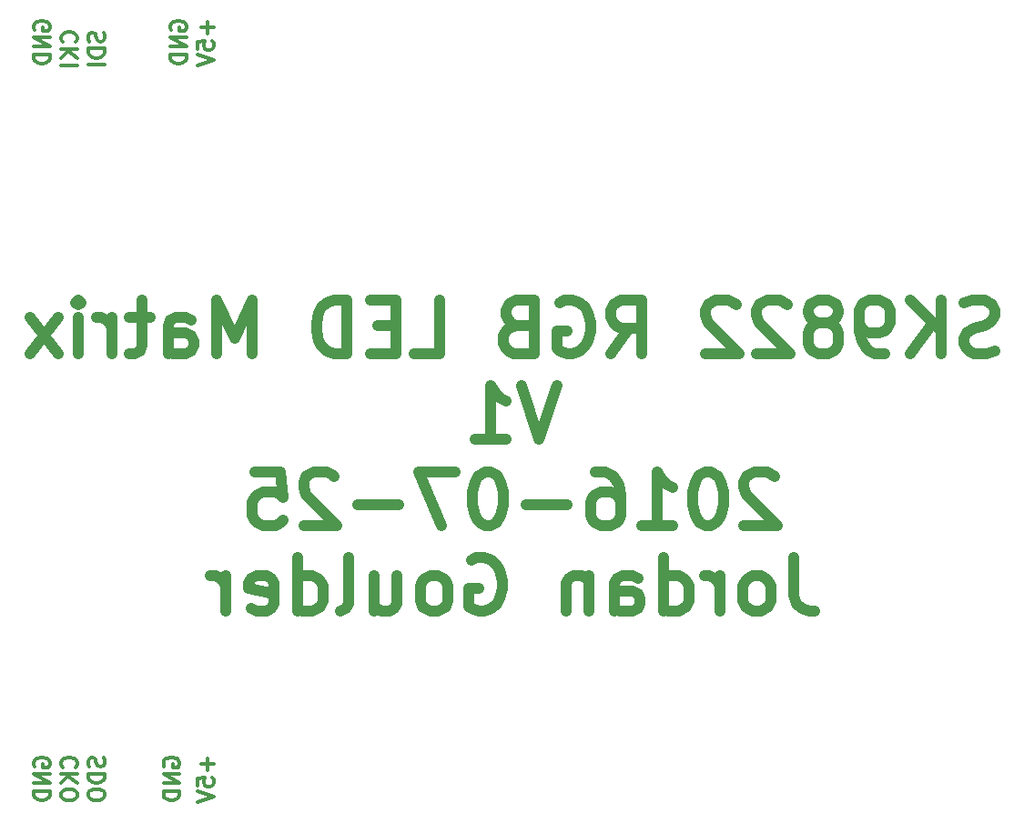
<source format=gbo>
G04 #@! TF.FileFunction,Legend,Bot*
%FSLAX46Y46*%
G04 Gerber Fmt 4.6, Leading zero omitted, Abs format (unit mm)*
G04 Created by KiCad (PCBNEW 4.0.2+e4-6225~38~ubuntu15.10.1-stable) date Sat 25 Jun 2016 03:23:57 PM EDT*
%MOMM*%
G01*
G04 APERTURE LIST*
%ADD10C,0.100000*%
%ADD11C,0.300000*%
%ADD12C,1.000000*%
G04 APERTURE END LIST*
D10*
D11*
X7592143Y17839286D02*
X7663571Y17625000D01*
X7663571Y17267857D01*
X7592143Y17125000D01*
X7520714Y17053571D01*
X7377857Y16982143D01*
X7235000Y16982143D01*
X7092143Y17053571D01*
X7020714Y17125000D01*
X6949286Y17267857D01*
X6877857Y17553571D01*
X6806429Y17696429D01*
X6735000Y17767857D01*
X6592143Y17839286D01*
X6449286Y17839286D01*
X6306429Y17767857D01*
X6235000Y17696429D01*
X6163571Y17553571D01*
X6163571Y17196429D01*
X6235000Y16982143D01*
X7663571Y16339286D02*
X6163571Y16339286D01*
X6163571Y15982143D01*
X6235000Y15767858D01*
X6377857Y15625000D01*
X6520714Y15553572D01*
X6806429Y15482143D01*
X7020714Y15482143D01*
X7306429Y15553572D01*
X7449286Y15625000D01*
X7592143Y15767858D01*
X7663571Y15982143D01*
X7663571Y16339286D01*
X6163571Y14553572D02*
X6163571Y14267858D01*
X6235000Y14125000D01*
X6377857Y13982143D01*
X6663571Y13910715D01*
X7163571Y13910715D01*
X7449286Y13982143D01*
X7592143Y14125000D01*
X7663571Y14267858D01*
X7663571Y14553572D01*
X7592143Y14696429D01*
X7449286Y14839286D01*
X7163571Y14910715D01*
X6663571Y14910715D01*
X6377857Y14839286D01*
X6235000Y14696429D01*
X6163571Y14553572D01*
X4980714Y16946428D02*
X5052143Y17017857D01*
X5123571Y17232143D01*
X5123571Y17375000D01*
X5052143Y17589285D01*
X4909286Y17732143D01*
X4766429Y17803571D01*
X4480714Y17875000D01*
X4266429Y17875000D01*
X3980714Y17803571D01*
X3837857Y17732143D01*
X3695000Y17589285D01*
X3623571Y17375000D01*
X3623571Y17232143D01*
X3695000Y17017857D01*
X3766429Y16946428D01*
X5123571Y16303571D02*
X3623571Y16303571D01*
X5123571Y15446428D02*
X4266429Y16089285D01*
X3623571Y15446428D02*
X4480714Y16303571D01*
X3623571Y14517857D02*
X3623571Y14232143D01*
X3695000Y14089285D01*
X3837857Y13946428D01*
X4123571Y13875000D01*
X4623571Y13875000D01*
X4909286Y13946428D01*
X5052143Y14089285D01*
X5123571Y14232143D01*
X5123571Y14517857D01*
X5052143Y14660714D01*
X4909286Y14803571D01*
X4623571Y14875000D01*
X4123571Y14875000D01*
X3837857Y14803571D01*
X3695000Y14660714D01*
X3623571Y14517857D01*
X17252143Y17803571D02*
X17252143Y16660714D01*
X17823571Y17232143D02*
X16680714Y17232143D01*
X16323571Y15232142D02*
X16323571Y15946428D01*
X17037857Y16017857D01*
X16966429Y15946428D01*
X16895000Y15803571D01*
X16895000Y15446428D01*
X16966429Y15303571D01*
X17037857Y15232142D01*
X17180714Y15160714D01*
X17537857Y15160714D01*
X17680714Y15232142D01*
X17752143Y15303571D01*
X17823571Y15446428D01*
X17823571Y15803571D01*
X17752143Y15946428D01*
X17680714Y16017857D01*
X16323571Y14732143D02*
X17823571Y14232143D01*
X16323571Y13732143D01*
X13220000Y17017857D02*
X13148571Y17160714D01*
X13148571Y17375000D01*
X13220000Y17589285D01*
X13362857Y17732143D01*
X13505714Y17803571D01*
X13791429Y17875000D01*
X14005714Y17875000D01*
X14291429Y17803571D01*
X14434286Y17732143D01*
X14577143Y17589285D01*
X14648571Y17375000D01*
X14648571Y17232143D01*
X14577143Y17017857D01*
X14505714Y16946428D01*
X14005714Y16946428D01*
X14005714Y17232143D01*
X14648571Y16303571D02*
X13148571Y16303571D01*
X14648571Y15446428D01*
X13148571Y15446428D01*
X14648571Y14732142D02*
X13148571Y14732142D01*
X13148571Y14374999D01*
X13220000Y14160714D01*
X13362857Y14017856D01*
X13505714Y13946428D01*
X13791429Y13874999D01*
X14005714Y13874999D01*
X14291429Y13946428D01*
X14434286Y14017856D01*
X14577143Y14160714D01*
X14648571Y14374999D01*
X14648571Y14732142D01*
X1155000Y17017857D02*
X1083571Y17160714D01*
X1083571Y17375000D01*
X1155000Y17589285D01*
X1297857Y17732143D01*
X1440714Y17803571D01*
X1726429Y17875000D01*
X1940714Y17875000D01*
X2226429Y17803571D01*
X2369286Y17732143D01*
X2512143Y17589285D01*
X2583571Y17375000D01*
X2583571Y17232143D01*
X2512143Y17017857D01*
X2440714Y16946428D01*
X1940714Y16946428D01*
X1940714Y17232143D01*
X2583571Y16303571D02*
X1083571Y16303571D01*
X2583571Y15446428D01*
X1083571Y15446428D01*
X2583571Y14732142D02*
X1083571Y14732142D01*
X1083571Y14374999D01*
X1155000Y14160714D01*
X1297857Y14017856D01*
X1440714Y13946428D01*
X1726429Y13874999D01*
X1940714Y13874999D01*
X2226429Y13946428D01*
X2369286Y14017856D01*
X2512143Y14160714D01*
X2583571Y14374999D01*
X2583571Y14732142D01*
X17252143Y86383571D02*
X17252143Y85240714D01*
X17823571Y85812143D02*
X16680714Y85812143D01*
X16323571Y83812142D02*
X16323571Y84526428D01*
X17037857Y84597857D01*
X16966429Y84526428D01*
X16895000Y84383571D01*
X16895000Y84026428D01*
X16966429Y83883571D01*
X17037857Y83812142D01*
X17180714Y83740714D01*
X17537857Y83740714D01*
X17680714Y83812142D01*
X17752143Y83883571D01*
X17823571Y84026428D01*
X17823571Y84383571D01*
X17752143Y84526428D01*
X17680714Y84597857D01*
X16323571Y83312143D02*
X17823571Y82812143D01*
X16323571Y82312143D01*
X7592143Y85355714D02*
X7663571Y85141428D01*
X7663571Y84784285D01*
X7592143Y84641428D01*
X7520714Y84569999D01*
X7377857Y84498571D01*
X7235000Y84498571D01*
X7092143Y84569999D01*
X7020714Y84641428D01*
X6949286Y84784285D01*
X6877857Y85069999D01*
X6806429Y85212857D01*
X6735000Y85284285D01*
X6592143Y85355714D01*
X6449286Y85355714D01*
X6306429Y85284285D01*
X6235000Y85212857D01*
X6163571Y85069999D01*
X6163571Y84712857D01*
X6235000Y84498571D01*
X7663571Y83855714D02*
X6163571Y83855714D01*
X6163571Y83498571D01*
X6235000Y83284286D01*
X6377857Y83141428D01*
X6520714Y83070000D01*
X6806429Y82998571D01*
X7020714Y82998571D01*
X7306429Y83070000D01*
X7449286Y83141428D01*
X7592143Y83284286D01*
X7663571Y83498571D01*
X7663571Y83855714D01*
X7663571Y82355714D02*
X6163571Y82355714D01*
X4980714Y84462857D02*
X5052143Y84534286D01*
X5123571Y84748572D01*
X5123571Y84891429D01*
X5052143Y85105714D01*
X4909286Y85248572D01*
X4766429Y85320000D01*
X4480714Y85391429D01*
X4266429Y85391429D01*
X3980714Y85320000D01*
X3837857Y85248572D01*
X3695000Y85105714D01*
X3623571Y84891429D01*
X3623571Y84748572D01*
X3695000Y84534286D01*
X3766429Y84462857D01*
X5123571Y83820000D02*
X3623571Y83820000D01*
X5123571Y82962857D02*
X4266429Y83605714D01*
X3623571Y82962857D02*
X4480714Y83820000D01*
X5123571Y82320000D02*
X3623571Y82320000D01*
X13855000Y85597857D02*
X13783571Y85740714D01*
X13783571Y85955000D01*
X13855000Y86169285D01*
X13997857Y86312143D01*
X14140714Y86383571D01*
X14426429Y86455000D01*
X14640714Y86455000D01*
X14926429Y86383571D01*
X15069286Y86312143D01*
X15212143Y86169285D01*
X15283571Y85955000D01*
X15283571Y85812143D01*
X15212143Y85597857D01*
X15140714Y85526428D01*
X14640714Y85526428D01*
X14640714Y85812143D01*
X15283571Y84883571D02*
X13783571Y84883571D01*
X15283571Y84026428D01*
X13783571Y84026428D01*
X15283571Y83312142D02*
X13783571Y83312142D01*
X13783571Y82954999D01*
X13855000Y82740714D01*
X13997857Y82597856D01*
X14140714Y82526428D01*
X14426429Y82454999D01*
X14640714Y82454999D01*
X14926429Y82526428D01*
X15069286Y82597856D01*
X15212143Y82740714D01*
X15283571Y82954999D01*
X15283571Y83312142D01*
X1155000Y85597857D02*
X1083571Y85740714D01*
X1083571Y85955000D01*
X1155000Y86169285D01*
X1297857Y86312143D01*
X1440714Y86383571D01*
X1726429Y86455000D01*
X1940714Y86455000D01*
X2226429Y86383571D01*
X2369286Y86312143D01*
X2512143Y86169285D01*
X2583571Y85955000D01*
X2583571Y85812143D01*
X2512143Y85597857D01*
X2440714Y85526428D01*
X1940714Y85526428D01*
X1940714Y85812143D01*
X2583571Y84883571D02*
X1083571Y84883571D01*
X2583571Y84026428D01*
X1083571Y84026428D01*
X2583571Y83312142D02*
X1083571Y83312142D01*
X1083571Y82954999D01*
X1155000Y82740714D01*
X1297857Y82597856D01*
X1440714Y82526428D01*
X1726429Y82454999D01*
X1940714Y82454999D01*
X2226429Y82526428D01*
X2369286Y82597856D01*
X2512143Y82740714D01*
X2583571Y82954999D01*
X2583571Y83312142D01*
D12*
X90481906Y55696190D02*
X89767620Y55458095D01*
X88577144Y55458095D01*
X88100954Y55696190D01*
X87862858Y55934286D01*
X87624763Y56410476D01*
X87624763Y56886667D01*
X87862858Y57362857D01*
X88100954Y57600952D01*
X88577144Y57839048D01*
X89529525Y58077143D01*
X90005716Y58315238D01*
X90243811Y58553333D01*
X90481906Y59029524D01*
X90481906Y59505714D01*
X90243811Y59981905D01*
X90005716Y60220000D01*
X89529525Y60458095D01*
X88339049Y60458095D01*
X87624763Y60220000D01*
X85481906Y55458095D02*
X85481906Y60458095D01*
X82624763Y55458095D02*
X84767620Y58315238D01*
X82624763Y60458095D02*
X85481906Y57600952D01*
X80243811Y55458095D02*
X79291430Y55458095D01*
X78815239Y55696190D01*
X78577144Y55934286D01*
X78100953Y56648571D01*
X77862858Y57600952D01*
X77862858Y59505714D01*
X78100953Y59981905D01*
X78339049Y60220000D01*
X78815239Y60458095D01*
X79767620Y60458095D01*
X80243811Y60220000D01*
X80481906Y59981905D01*
X80720001Y59505714D01*
X80720001Y58315238D01*
X80481906Y57839048D01*
X80243811Y57600952D01*
X79767620Y57362857D01*
X78815239Y57362857D01*
X78339049Y57600952D01*
X78100953Y57839048D01*
X77862858Y58315238D01*
X75005715Y58315238D02*
X75481906Y58553333D01*
X75720001Y58791429D01*
X75958096Y59267619D01*
X75958096Y59505714D01*
X75720001Y59981905D01*
X75481906Y60220000D01*
X75005715Y60458095D01*
X74053334Y60458095D01*
X73577144Y60220000D01*
X73339048Y59981905D01*
X73100953Y59505714D01*
X73100953Y59267619D01*
X73339048Y58791429D01*
X73577144Y58553333D01*
X74053334Y58315238D01*
X75005715Y58315238D01*
X75481906Y58077143D01*
X75720001Y57839048D01*
X75958096Y57362857D01*
X75958096Y56410476D01*
X75720001Y55934286D01*
X75481906Y55696190D01*
X75005715Y55458095D01*
X74053334Y55458095D01*
X73577144Y55696190D01*
X73339048Y55934286D01*
X73100953Y56410476D01*
X73100953Y57362857D01*
X73339048Y57839048D01*
X73577144Y58077143D01*
X74053334Y58315238D01*
X71196191Y59981905D02*
X70958096Y60220000D01*
X70481905Y60458095D01*
X69291429Y60458095D01*
X68815239Y60220000D01*
X68577143Y59981905D01*
X68339048Y59505714D01*
X68339048Y59029524D01*
X68577143Y58315238D01*
X71434286Y55458095D01*
X68339048Y55458095D01*
X66434286Y59981905D02*
X66196191Y60220000D01*
X65720000Y60458095D01*
X64529524Y60458095D01*
X64053334Y60220000D01*
X63815238Y59981905D01*
X63577143Y59505714D01*
X63577143Y59029524D01*
X63815238Y58315238D01*
X66672381Y55458095D01*
X63577143Y55458095D01*
X54767619Y55458095D02*
X56434286Y57839048D01*
X57624762Y55458095D02*
X57624762Y60458095D01*
X55720000Y60458095D01*
X55243809Y60220000D01*
X55005714Y59981905D01*
X54767619Y59505714D01*
X54767619Y58791429D01*
X55005714Y58315238D01*
X55243809Y58077143D01*
X55720000Y57839048D01*
X57624762Y57839048D01*
X50005714Y60220000D02*
X50481905Y60458095D01*
X51196190Y60458095D01*
X51910476Y60220000D01*
X52386667Y59743810D01*
X52624762Y59267619D01*
X52862857Y58315238D01*
X52862857Y57600952D01*
X52624762Y56648571D01*
X52386667Y56172381D01*
X51910476Y55696190D01*
X51196190Y55458095D01*
X50720000Y55458095D01*
X50005714Y55696190D01*
X49767619Y55934286D01*
X49767619Y57600952D01*
X50720000Y57600952D01*
X45958095Y58077143D02*
X45243809Y57839048D01*
X45005714Y57600952D01*
X44767619Y57124762D01*
X44767619Y56410476D01*
X45005714Y55934286D01*
X45243809Y55696190D01*
X45720000Y55458095D01*
X47624762Y55458095D01*
X47624762Y60458095D01*
X45958095Y60458095D01*
X45481905Y60220000D01*
X45243809Y59981905D01*
X45005714Y59505714D01*
X45005714Y59029524D01*
X45243809Y58553333D01*
X45481905Y58315238D01*
X45958095Y58077143D01*
X47624762Y58077143D01*
X36434285Y55458095D02*
X38815238Y55458095D01*
X38815238Y60458095D01*
X34767619Y58077143D02*
X33100952Y58077143D01*
X32386666Y55458095D02*
X34767619Y55458095D01*
X34767619Y60458095D01*
X32386666Y60458095D01*
X30243809Y55458095D02*
X30243809Y60458095D01*
X29053333Y60458095D01*
X28339047Y60220000D01*
X27862856Y59743810D01*
X27624761Y59267619D01*
X27386666Y58315238D01*
X27386666Y57600952D01*
X27624761Y56648571D01*
X27862856Y56172381D01*
X28339047Y55696190D01*
X29053333Y55458095D01*
X30243809Y55458095D01*
X21434285Y55458095D02*
X21434285Y60458095D01*
X19767618Y56886667D01*
X18100951Y60458095D01*
X18100951Y55458095D01*
X13577142Y55458095D02*
X13577142Y58077143D01*
X13815237Y58553333D01*
X14291427Y58791429D01*
X15243808Y58791429D01*
X15719999Y58553333D01*
X13577142Y55696190D02*
X14053332Y55458095D01*
X15243808Y55458095D01*
X15719999Y55696190D01*
X15958094Y56172381D01*
X15958094Y56648571D01*
X15719999Y57124762D01*
X15243808Y57362857D01*
X14053332Y57362857D01*
X13577142Y57600952D01*
X11910475Y58791429D02*
X10005713Y58791429D01*
X11196189Y60458095D02*
X11196189Y56172381D01*
X10958094Y55696190D01*
X10481903Y55458095D01*
X10005713Y55458095D01*
X8339046Y55458095D02*
X8339046Y58791429D01*
X8339046Y57839048D02*
X8100951Y58315238D01*
X7862855Y58553333D01*
X7386665Y58791429D01*
X6910474Y58791429D01*
X5243808Y55458095D02*
X5243808Y58791429D01*
X5243808Y60458095D02*
X5481903Y60220000D01*
X5243808Y59981905D01*
X5005713Y60220000D01*
X5243808Y60458095D01*
X5243808Y59981905D01*
X3339046Y55458095D02*
X719999Y58791429D01*
X3339046Y58791429D02*
X719999Y55458095D01*
X49767619Y52458095D02*
X48100952Y47458095D01*
X46434285Y52458095D01*
X42148571Y47458095D02*
X45005714Y47458095D01*
X43577143Y47458095D02*
X43577143Y52458095D01*
X44053333Y51743810D01*
X44529524Y51267619D01*
X45005714Y51029524D01*
X70005715Y43981905D02*
X69767620Y44220000D01*
X69291429Y44458095D01*
X68100953Y44458095D01*
X67624763Y44220000D01*
X67386667Y43981905D01*
X67148572Y43505714D01*
X67148572Y43029524D01*
X67386667Y42315238D01*
X70243810Y39458095D01*
X67148572Y39458095D01*
X64053334Y44458095D02*
X63577143Y44458095D01*
X63100953Y44220000D01*
X62862858Y43981905D01*
X62624762Y43505714D01*
X62386667Y42553333D01*
X62386667Y41362857D01*
X62624762Y40410476D01*
X62862858Y39934286D01*
X63100953Y39696190D01*
X63577143Y39458095D01*
X64053334Y39458095D01*
X64529524Y39696190D01*
X64767620Y39934286D01*
X65005715Y40410476D01*
X65243810Y41362857D01*
X65243810Y42553333D01*
X65005715Y43505714D01*
X64767620Y43981905D01*
X64529524Y44220000D01*
X64053334Y44458095D01*
X57624762Y39458095D02*
X60481905Y39458095D01*
X59053334Y39458095D02*
X59053334Y44458095D01*
X59529524Y43743810D01*
X60005715Y43267619D01*
X60481905Y43029524D01*
X53339048Y44458095D02*
X54291429Y44458095D01*
X54767619Y44220000D01*
X55005714Y43981905D01*
X55481905Y43267619D01*
X55720000Y42315238D01*
X55720000Y40410476D01*
X55481905Y39934286D01*
X55243810Y39696190D01*
X54767619Y39458095D01*
X53815238Y39458095D01*
X53339048Y39696190D01*
X53100952Y39934286D01*
X52862857Y40410476D01*
X52862857Y41600952D01*
X53100952Y42077143D01*
X53339048Y42315238D01*
X53815238Y42553333D01*
X54767619Y42553333D01*
X55243810Y42315238D01*
X55481905Y42077143D01*
X55720000Y41600952D01*
X50720000Y41362857D02*
X46910476Y41362857D01*
X43577143Y44458095D02*
X43100952Y44458095D01*
X42624762Y44220000D01*
X42386667Y43981905D01*
X42148571Y43505714D01*
X41910476Y42553333D01*
X41910476Y41362857D01*
X42148571Y40410476D01*
X42386667Y39934286D01*
X42624762Y39696190D01*
X43100952Y39458095D01*
X43577143Y39458095D01*
X44053333Y39696190D01*
X44291429Y39934286D01*
X44529524Y40410476D01*
X44767619Y41362857D01*
X44767619Y42553333D01*
X44529524Y43505714D01*
X44291429Y43981905D01*
X44053333Y44220000D01*
X43577143Y44458095D01*
X40243809Y44458095D02*
X36910476Y44458095D01*
X39053333Y39458095D01*
X35005714Y41362857D02*
X31196190Y41362857D01*
X29053333Y43981905D02*
X28815238Y44220000D01*
X28339047Y44458095D01*
X27148571Y44458095D01*
X26672381Y44220000D01*
X26434285Y43981905D01*
X26196190Y43505714D01*
X26196190Y43029524D01*
X26434285Y42315238D01*
X29291428Y39458095D01*
X26196190Y39458095D01*
X21672380Y44458095D02*
X24053333Y44458095D01*
X24291428Y42077143D01*
X24053333Y42315238D01*
X23577142Y42553333D01*
X22386666Y42553333D01*
X21910476Y42315238D01*
X21672380Y42077143D01*
X21434285Y41600952D01*
X21434285Y40410476D01*
X21672380Y39934286D01*
X21910476Y39696190D01*
X22386666Y39458095D01*
X23577142Y39458095D01*
X24053333Y39696190D01*
X24291428Y39934286D01*
X71791430Y36458095D02*
X71791430Y32886667D01*
X72029526Y32172381D01*
X72505716Y31696190D01*
X73220002Y31458095D01*
X73696192Y31458095D01*
X68696192Y31458095D02*
X69172383Y31696190D01*
X69410478Y31934286D01*
X69648573Y32410476D01*
X69648573Y33839048D01*
X69410478Y34315238D01*
X69172383Y34553333D01*
X68696192Y34791429D01*
X67981906Y34791429D01*
X67505716Y34553333D01*
X67267621Y34315238D01*
X67029525Y33839048D01*
X67029525Y32410476D01*
X67267621Y31934286D01*
X67505716Y31696190D01*
X67981906Y31458095D01*
X68696192Y31458095D01*
X64886668Y31458095D02*
X64886668Y34791429D01*
X64886668Y33839048D02*
X64648573Y34315238D01*
X64410477Y34553333D01*
X63934287Y34791429D01*
X63458096Y34791429D01*
X59648573Y31458095D02*
X59648573Y36458095D01*
X59648573Y31696190D02*
X60124763Y31458095D01*
X61077144Y31458095D01*
X61553335Y31696190D01*
X61791430Y31934286D01*
X62029525Y32410476D01*
X62029525Y33839048D01*
X61791430Y34315238D01*
X61553335Y34553333D01*
X61077144Y34791429D01*
X60124763Y34791429D01*
X59648573Y34553333D01*
X55124763Y31458095D02*
X55124763Y34077143D01*
X55362858Y34553333D01*
X55839048Y34791429D01*
X56791429Y34791429D01*
X57267620Y34553333D01*
X55124763Y31696190D02*
X55600953Y31458095D01*
X56791429Y31458095D01*
X57267620Y31696190D01*
X57505715Y32172381D01*
X57505715Y32648571D01*
X57267620Y33124762D01*
X56791429Y33362857D01*
X55600953Y33362857D01*
X55124763Y33600952D01*
X52743810Y34791429D02*
X52743810Y31458095D01*
X52743810Y34315238D02*
X52505715Y34553333D01*
X52029524Y34791429D01*
X51315238Y34791429D01*
X50839048Y34553333D01*
X50600953Y34077143D01*
X50600953Y31458095D01*
X41791428Y36220000D02*
X42267619Y36458095D01*
X42981904Y36458095D01*
X43696190Y36220000D01*
X44172381Y35743810D01*
X44410476Y35267619D01*
X44648571Y34315238D01*
X44648571Y33600952D01*
X44410476Y32648571D01*
X44172381Y32172381D01*
X43696190Y31696190D01*
X42981904Y31458095D01*
X42505714Y31458095D01*
X41791428Y31696190D01*
X41553333Y31934286D01*
X41553333Y33600952D01*
X42505714Y33600952D01*
X38696190Y31458095D02*
X39172381Y31696190D01*
X39410476Y31934286D01*
X39648571Y32410476D01*
X39648571Y33839048D01*
X39410476Y34315238D01*
X39172381Y34553333D01*
X38696190Y34791429D01*
X37981904Y34791429D01*
X37505714Y34553333D01*
X37267619Y34315238D01*
X37029523Y33839048D01*
X37029523Y32410476D01*
X37267619Y31934286D01*
X37505714Y31696190D01*
X37981904Y31458095D01*
X38696190Y31458095D01*
X32743809Y34791429D02*
X32743809Y31458095D01*
X34886666Y34791429D02*
X34886666Y32172381D01*
X34648571Y31696190D01*
X34172380Y31458095D01*
X33458094Y31458095D01*
X32981904Y31696190D01*
X32743809Y31934286D01*
X29648570Y31458095D02*
X30124761Y31696190D01*
X30362856Y32172381D01*
X30362856Y36458095D01*
X25600951Y31458095D02*
X25600951Y36458095D01*
X25600951Y31696190D02*
X26077141Y31458095D01*
X27029522Y31458095D01*
X27505713Y31696190D01*
X27743808Y31934286D01*
X27981903Y32410476D01*
X27981903Y33839048D01*
X27743808Y34315238D01*
X27505713Y34553333D01*
X27029522Y34791429D01*
X26077141Y34791429D01*
X25600951Y34553333D01*
X21315236Y31696190D02*
X21791426Y31458095D01*
X22743807Y31458095D01*
X23219998Y31696190D01*
X23458093Y32172381D01*
X23458093Y34077143D01*
X23219998Y34553333D01*
X22743807Y34791429D01*
X21791426Y34791429D01*
X21315236Y34553333D01*
X21077141Y34077143D01*
X21077141Y33600952D01*
X23458093Y33124762D01*
X18934284Y31458095D02*
X18934284Y34791429D01*
X18934284Y33839048D02*
X18696189Y34315238D01*
X18458093Y34553333D01*
X17981903Y34791429D01*
X17505712Y34791429D01*
M02*

</source>
